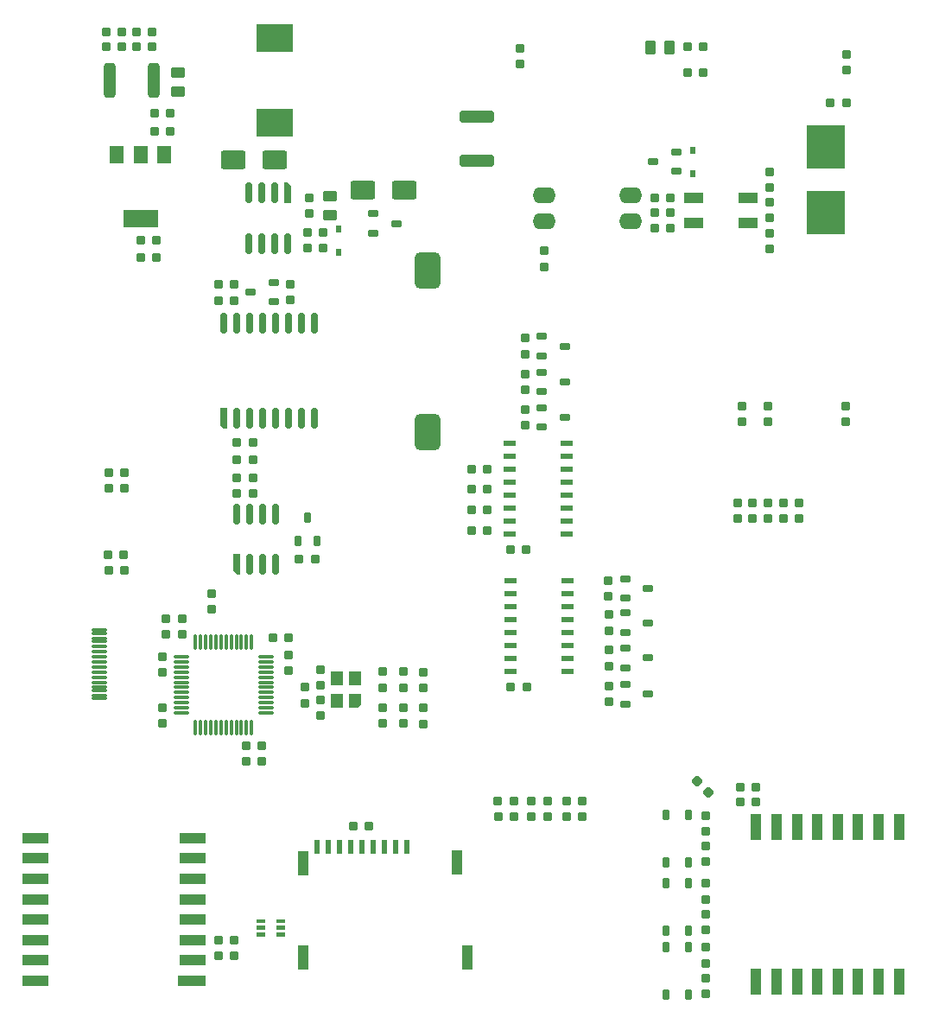
<source format=gbr>
%TF.GenerationSoftware,KiCad,Pcbnew,7.0.1*%
%TF.CreationDate,2023-04-15T09:39:37+07:00*%
%TF.ProjectId,DO_AN_DKTD,444f5f41-4e5f-4444-9b54-442e6b696361,rev?*%
%TF.SameCoordinates,Original*%
%TF.FileFunction,Paste,Top*%
%TF.FilePolarity,Positive*%
%FSLAX46Y46*%
G04 Gerber Fmt 4.6, Leading zero omitted, Abs format (unit mm)*
G04 Created by KiCad (PCBNEW 7.0.1) date 2023-04-15 09:39:37*
%MOMM*%
%LPD*%
G01*
G04 APERTURE LIST*
G04 Aperture macros list*
%AMRoundRect*
0 Rectangle with rounded corners*
0 $1 Rounding radius*
0 $2 $3 $4 $5 $6 $7 $8 $9 X,Y pos of 4 corners*
0 Add a 4 corners polygon primitive as box body*
4,1,4,$2,$3,$4,$5,$6,$7,$8,$9,$2,$3,0*
0 Add four circle primitives for the rounded corners*
1,1,$1+$1,$2,$3*
1,1,$1+$1,$4,$5*
1,1,$1+$1,$6,$7*
1,1,$1+$1,$8,$9*
0 Add four rect primitives between the rounded corners*
20,1,$1+$1,$2,$3,$4,$5,0*
20,1,$1+$1,$4,$5,$6,$7,0*
20,1,$1+$1,$6,$7,$8,$9,0*
20,1,$1+$1,$8,$9,$2,$3,0*%
%AMOutline5P*
0 Free polygon, 5 corners , with rotation*
0 The origin of the aperture is its center*
0 number of corners: always 5*
0 $1 to $10 corner X, Y*
0 $11 Rotation angle, in degrees counterclockwise*
0 create outline with 5 corners*
4,1,5,$1,$2,$3,$4,$5,$6,$7,$8,$9,$10,$1,$2,$11*%
%AMOutline6P*
0 Free polygon, 6 corners , with rotation*
0 The origin of the aperture is its center*
0 number of corners: always 6*
0 $1 to $12 corner X, Y*
0 $13 Rotation angle, in degrees counterclockwise*
0 create outline with 6 corners*
4,1,6,$1,$2,$3,$4,$5,$6,$7,$8,$9,$10,$11,$12,$1,$2,$13*%
%AMOutline7P*
0 Free polygon, 7 corners , with rotation*
0 The origin of the aperture is its center*
0 number of corners: always 7*
0 $1 to $14 corner X, Y*
0 $15 Rotation angle, in degrees counterclockwise*
0 create outline with 7 corners*
4,1,7,$1,$2,$3,$4,$5,$6,$7,$8,$9,$10,$11,$12,$13,$14,$1,$2,$15*%
%AMOutline8P*
0 Free polygon, 8 corners , with rotation*
0 The origin of the aperture is its center*
0 number of corners: always 8*
0 $1 to $16 corner X, Y*
0 $17 Rotation angle, in degrees counterclockwise*
0 create outline with 8 corners*
4,1,8,$1,$2,$3,$4,$5,$6,$7,$8,$9,$10,$11,$12,$13,$14,$15,$16,$1,$2,$17*%
%AMFreePoly0*
4,1,18,-0.700000,0.540000,-0.695433,0.562961,-0.682426,0.582426,-0.662961,0.595433,-0.640000,0.600000,0.640000,0.600000,0.662961,0.595433,0.682426,0.582426,0.695433,0.562961,0.700000,0.540000,0.700000,-0.540000,0.695433,-0.562961,0.682426,-0.582426,0.662961,-0.595433,0.640000,-0.600000,-0.400000,-0.600000,-0.700000,-0.300000,-0.700000,0.540000,-0.700000,0.540000,$1*%
G04 Aperture macros list end*
%ADD10C,0.010000*%
%ADD11RoundRect,0.127500X-0.322500X0.297500X-0.322500X-0.297500X0.322500X-0.297500X0.322500X0.297500X0*%
%ADD12R,0.600000X0.800000*%
%ADD13RoundRect,0.127500X0.322500X-0.297500X0.322500X0.297500X-0.322500X0.297500X-0.322500X-0.297500X0*%
%ADD14RoundRect,0.162500X0.162500X-0.362500X0.162500X0.362500X-0.162500X0.362500X-0.162500X-0.362500X0*%
%ADD15RoundRect,0.127500X0.297500X0.322500X-0.297500X0.322500X-0.297500X-0.322500X0.297500X-0.322500X0*%
%ADD16RoundRect,0.127500X-0.297500X-0.322500X0.297500X-0.322500X0.297500X0.322500X-0.297500X0.322500X0*%
%ADD17RoundRect,0.250000X-0.312500X-1.450000X0.312500X-1.450000X0.312500X1.450000X-0.312500X1.450000X0*%
%ADD18R,0.620000X1.400000*%
%ADD19R,1.100000X2.400000*%
%ADD20RoundRect,0.180000X1.020000X0.720000X-1.020000X0.720000X-1.020000X-0.720000X1.020000X-0.720000X0*%
%ADD21RoundRect,0.090000X-0.410000X-0.210000X0.410000X-0.210000X0.410000X0.210000X-0.410000X0.210000X0*%
%ADD22R,3.810000X4.240000*%
%ADD23R,1.200000X0.600000*%
%ADD24R,1.000000X2.500000*%
%ADD25RoundRect,0.150000X-0.350000X-0.525000X0.350000X-0.525000X0.350000X0.525000X-0.350000X0.525000X0*%
%ADD26Outline5P,-1.025000X0.000000X-0.725000X0.300000X1.025000X0.300000X1.025000X-0.300000X-1.025000X-0.300000X90.000000*%
%ADD27RoundRect,0.150000X0.150000X-0.875000X0.150000X0.875000X-0.150000X0.875000X-0.150000X-0.875000X0*%
%ADD28Outline5P,-0.975000X0.000000X-0.675000X0.300000X0.975000X0.300000X0.975000X-0.300000X-0.975000X-0.300000X90.000000*%
%ADD29RoundRect,0.150000X0.150000X-0.825000X0.150000X0.825000X-0.150000X0.825000X-0.150000X-0.825000X0*%
%ADD30RoundRect,0.250000X-1.450000X0.312500X-1.450000X-0.312500X1.450000X-0.312500X1.450000X0.312500X0*%
%ADD31R,2.800000X1.100000*%
%ADD32R,2.600000X1.100000*%
%ADD33R,1.400000X1.760000*%
%ADD34R,3.500000X1.760000*%
%ADD35RoundRect,0.647700X0.647700X-1.155700X0.647700X1.155700X-0.647700X1.155700X-0.647700X-1.155700X0*%
%ADD36Outline5P,-0.975000X0.000000X-0.675000X0.300000X0.975000X0.300000X0.975000X-0.300000X-0.975000X-0.300000X270.000000*%
%ADD37RoundRect,0.150000X-0.150000X0.825000X-0.150000X-0.825000X0.150000X-0.825000X0.150000X0.825000X0*%
%ADD38RoundRect,0.150000X-0.525000X0.350000X-0.525000X-0.350000X0.525000X-0.350000X0.525000X0.350000X0*%
%ADD39R,1.875000X1.050000*%
%ADD40RoundRect,0.075000X-0.675000X0.075000X-0.675000X-0.075000X0.675000X-0.075000X0.675000X0.075000X0*%
%ADD41O,2.250000X1.600000*%
%ADD42RoundRect,0.075000X0.662500X0.075000X-0.662500X0.075000X-0.662500X-0.075000X0.662500X-0.075000X0*%
%ADD43RoundRect,0.075000X0.075000X0.662500X-0.075000X0.662500X-0.075000X-0.662500X0.075000X-0.662500X0*%
%ADD44RoundRect,0.090000X0.410000X0.210000X-0.410000X0.210000X-0.410000X-0.210000X0.410000X-0.210000X0*%
%ADD45RoundRect,0.127500X0.438406X0.017678X0.017678X0.438406X-0.438406X-0.017678X-0.017678X-0.438406X0*%
%ADD46RoundRect,0.090000X0.210000X-0.410000X0.210000X0.410000X-0.210000X0.410000X-0.210000X-0.410000X0*%
%ADD47FreePoly0,90.000000*%
%ADD48RoundRect,0.060000X0.540000X-0.640000X0.540000X0.640000X-0.540000X0.640000X-0.540000X-0.640000X0*%
%ADD49R,3.600000X2.700000*%
%ADD50RoundRect,0.180000X-1.020000X-0.720000X1.020000X-0.720000X1.020000X0.720000X-1.020000X0.720000X0*%
G04 APERTURE END LIST*
%TO.C,D5*%
D10*
X121025000Y-137304304D02*
X120273910Y-137304304D01*
X120273910Y-137004717D01*
X121025000Y-137004717D01*
X121025000Y-137304304D01*
G36*
X121025000Y-137304304D02*
G01*
X120273910Y-137304304D01*
X120273910Y-137004717D01*
X121025000Y-137004717D01*
X121025000Y-137304304D01*
G37*
X122925000Y-137304304D02*
X122175043Y-137304304D01*
X122175043Y-137004341D01*
X122925000Y-137004341D01*
X122925000Y-137304304D01*
G36*
X122925000Y-137304304D02*
G01*
X122175043Y-137304304D01*
X122175043Y-137004341D01*
X122925000Y-137004341D01*
X122925000Y-137304304D01*
G37*
X122925000Y-136654304D02*
X122175076Y-136654304D01*
X122175076Y-136354284D01*
X122925000Y-136354284D01*
X122925000Y-136654304D01*
G36*
X122925000Y-136654304D02*
G01*
X122175076Y-136654304D01*
X122175076Y-136354284D01*
X122925000Y-136354284D01*
X122925000Y-136654304D01*
G37*
X121025000Y-136654304D02*
X120273750Y-136654304D01*
X120273750Y-136354162D01*
X121025000Y-136354162D01*
X121025000Y-136654304D01*
G36*
X121025000Y-136654304D02*
G01*
X120273750Y-136654304D01*
X120273750Y-136354162D01*
X121025000Y-136354162D01*
X121025000Y-136654304D01*
G37*
X121025000Y-136004304D02*
X120274080Y-136004304D01*
X120274080Y-135703749D01*
X121025000Y-135703749D01*
X121025000Y-136004304D01*
G36*
X121025000Y-136004304D02*
G01*
X120274080Y-136004304D01*
X120274080Y-135703749D01*
X121025000Y-135703749D01*
X121025000Y-136004304D01*
G37*
X122925000Y-136004304D02*
X122176111Y-136004304D01*
X122176111Y-135702758D01*
X122925000Y-135702758D01*
X122925000Y-136004304D01*
G36*
X122925000Y-136004304D02*
G01*
X122176111Y-136004304D01*
X122176111Y-135702758D01*
X122925000Y-135702758D01*
X122925000Y-136004304D01*
G37*
%TD*%
D11*
%TO.C,C15*%
X164240000Y-128525000D03*
X164240000Y-130075000D03*
%TD*%
D12*
%TO.C,D3*%
X162997700Y-60357300D03*
X162997700Y-62637300D03*
%TD*%
D13*
%TO.C,R6*%
X170500000Y-64025000D03*
X170500000Y-62475000D03*
%TD*%
D14*
%TO.C,SW3*%
X160400000Y-136812500D03*
X160400000Y-132162500D03*
X162550000Y-136812500D03*
X162550000Y-132162500D03*
%TD*%
D15*
%TO.C,LE9*%
X105675000Y-100000000D03*
X107225000Y-100000000D03*
%TD*%
D11*
%TO.C,R21*%
X160750000Y-66475000D03*
X160750000Y-68025000D03*
%TD*%
D16*
%TO.C,C18*%
X150638400Y-125650000D03*
X152188400Y-125650000D03*
%TD*%
D17*
%TO.C,F2*%
X105862500Y-53500000D03*
X110137500Y-53500000D03*
%TD*%
D15*
%TO.C,C19*%
X119875000Y-90650000D03*
X118325000Y-90650000D03*
%TD*%
D16*
%TO.C,C4*%
X108875000Y-70900000D03*
X110425000Y-70900000D03*
%TD*%
D11*
%TO.C,R44*%
X136590000Y-111513107D03*
X136590000Y-113063107D03*
%TD*%
D15*
%TO.C,C11*%
X146695000Y-113000000D03*
X145145000Y-113000000D03*
%TD*%
D16*
%TO.C,R59*%
X121825000Y-108100000D03*
X123375000Y-108100000D03*
%TD*%
D18*
%TO.C,J8*%
X134980000Y-128625000D03*
X133880000Y-128625000D03*
X132780000Y-128625000D03*
X131680000Y-128625000D03*
X130580000Y-128625000D03*
X129480000Y-128625000D03*
X128380000Y-128625000D03*
X127280000Y-128625000D03*
X126180000Y-128625000D03*
D19*
X124800000Y-130250000D03*
X124800000Y-139430000D03*
X139900000Y-130175000D03*
X140875000Y-139425000D03*
%TD*%
D20*
%TO.C,D6*%
X117950000Y-61300000D03*
X122000000Y-61300000D03*
%TD*%
D13*
%TO.C,R22*%
X159250000Y-68025000D03*
X159250000Y-66475000D03*
%TD*%
%TO.C,R18*%
X146590000Y-80340000D03*
X146590000Y-78790000D03*
%TD*%
%TO.C,R29*%
X146590000Y-87340000D03*
X146590000Y-85790000D03*
%TD*%
D11*
%TO.C,R14*%
X167362500Y-94905000D03*
X167362500Y-96455000D03*
%TD*%
D15*
%TO.C,R2*%
X148738400Y-124150000D03*
X147188400Y-124150000D03*
%TD*%
D21*
%TO.C,Q10*%
X131662500Y-66600000D03*
X131662500Y-68500000D03*
X133937500Y-67550000D03*
%TD*%
D13*
%TO.C,R39*%
X154740000Y-114435000D03*
X154740000Y-112885000D03*
%TD*%
D15*
%TO.C,C1*%
X111775000Y-56750000D03*
X110225000Y-56750000D03*
%TD*%
D13*
%TO.C,R38*%
X154690000Y-104085000D03*
X154690000Y-102535000D03*
%TD*%
D15*
%TO.C,R30*%
X107310787Y-92000000D03*
X105760787Y-92000000D03*
%TD*%
D11*
%TO.C,R12*%
X171862500Y-94905000D03*
X171862500Y-96455000D03*
%TD*%
D22*
%TO.C,F1*%
X176000000Y-60065000D03*
X176000000Y-66435000D03*
%TD*%
D15*
%TO.C,C9*%
X146645000Y-99525000D03*
X145095000Y-99525000D03*
%TD*%
D13*
%TO.C,C26*%
X126750000Y-69975000D03*
X126750000Y-68425000D03*
%TD*%
D23*
%TO.C,U2*%
X150670000Y-97970000D03*
X150670000Y-96700000D03*
X150670000Y-95430000D03*
X150670000Y-94160000D03*
X150670000Y-92890000D03*
X150670000Y-91620000D03*
X150670000Y-90350000D03*
X150670000Y-89080000D03*
X145070000Y-89080000D03*
X145070000Y-90350000D03*
X145070000Y-91620000D03*
X145070000Y-92890000D03*
X145070000Y-94160000D03*
X145070000Y-95430000D03*
X145070000Y-96700000D03*
X145070000Y-97970000D03*
%TD*%
D13*
%TO.C,R45*%
X164250000Y-143025000D03*
X164250000Y-141475000D03*
%TD*%
%TO.C,R37*%
X154740000Y-107435000D03*
X154740000Y-105885000D03*
%TD*%
D16*
%TO.C,R3*%
X150638400Y-124150000D03*
X152188400Y-124150000D03*
%TD*%
D11*
%TO.C,R47*%
X132590000Y-111475000D03*
X132590000Y-113025000D03*
%TD*%
D16*
%TO.C,R19*%
X176475000Y-55750000D03*
X178025000Y-55750000D03*
%TD*%
D11*
%TO.C,R17*%
X170362500Y-94905000D03*
X170362500Y-96455000D03*
%TD*%
D16*
%TO.C,R20*%
X162475000Y-52790000D03*
X164025000Y-52790000D03*
%TD*%
D15*
%TO.C,C21*%
X119875000Y-94000000D03*
X118325000Y-94000000D03*
%TD*%
D13*
%TO.C,LE5*%
X134590000Y-114975000D03*
X134590000Y-116525000D03*
%TD*%
D24*
%TO.C,U10*%
X183200000Y-126650000D03*
X181200000Y-126650000D03*
X179200000Y-126650000D03*
X177200000Y-126650000D03*
X175200000Y-126650000D03*
X173200000Y-126650000D03*
X171200000Y-126650000D03*
X169200000Y-126650000D03*
X169200000Y-141850000D03*
X171200000Y-141850000D03*
X173200000Y-141850000D03*
X175200000Y-141850000D03*
X177200000Y-141850000D03*
X179200000Y-141850000D03*
X181200000Y-141850000D03*
X183200000Y-141850000D03*
%TD*%
D16*
%TO.C,C8*%
X162475000Y-50250000D03*
X164025000Y-50250000D03*
%TD*%
D13*
%TO.C,R10*%
X167822500Y-86955000D03*
X167822500Y-85405000D03*
%TD*%
D25*
%TO.C,R23*%
X158800000Y-50340000D03*
X160700000Y-50340000D03*
%TD*%
D26*
%TO.C,IC1*%
X117055000Y-86650000D03*
D27*
X118325000Y-86650000D03*
X119595000Y-86650000D03*
X120865000Y-86650000D03*
X122135000Y-86650000D03*
X123405000Y-86650000D03*
X124675000Y-86650000D03*
X125945000Y-86650000D03*
X125945000Y-77350000D03*
X124675000Y-77350000D03*
X123405000Y-77350000D03*
X122135000Y-77350000D03*
X120865000Y-77350000D03*
X119595000Y-77350000D03*
X118325000Y-77350000D03*
X117055000Y-77350000D03*
%TD*%
D21*
%TO.C,Q1*%
X148202500Y-85615000D03*
X148202500Y-87515000D03*
X150477500Y-86565000D03*
%TD*%
D28*
%TO.C,U8*%
X118325000Y-100975000D03*
D29*
X119595000Y-100975000D03*
X120865000Y-100975000D03*
X122135000Y-100975000D03*
X122135000Y-96025000D03*
X120865000Y-96025000D03*
X119595000Y-96025000D03*
X118325000Y-96025000D03*
%TD*%
D11*
%TO.C,R27*%
X118050000Y-73525000D03*
X118050000Y-75075000D03*
%TD*%
D30*
%TO.C,F3*%
X141785000Y-57112500D03*
X141785000Y-61387500D03*
%TD*%
D16*
%TO.C,R8*%
X141325000Y-97600000D03*
X142875000Y-97600000D03*
%TD*%
%TO.C,LE7*%
X107025000Y-48750000D03*
X105475000Y-48750000D03*
%TD*%
D13*
%TO.C,R24*%
X148400000Y-71775000D03*
X148400000Y-70225000D03*
%TD*%
D31*
%TO.C,U9*%
X113850000Y-141750000D03*
D32*
X113950000Y-139750000D03*
X113950000Y-137750000D03*
X113950000Y-135750000D03*
X113950000Y-133750000D03*
X113950000Y-131750000D03*
X113950000Y-129750000D03*
X113950000Y-127750000D03*
X98550000Y-127750000D03*
X98550000Y-129750000D03*
X98550000Y-131750000D03*
X98550000Y-133750000D03*
X98550000Y-135750000D03*
X98550000Y-137750000D03*
X98550000Y-139750000D03*
X98550000Y-141750000D03*
%TD*%
D16*
%TO.C,C2*%
X110225000Y-58500000D03*
X111775000Y-58500000D03*
%TD*%
D33*
%TO.C,U1*%
X111150000Y-60815000D03*
D34*
X108850000Y-67065000D03*
D33*
X108850000Y-60815000D03*
X106550000Y-60815000D03*
%TD*%
D21*
%TO.C,Q5*%
X156352500Y-109160000D03*
X156352500Y-111060000D03*
X158627500Y-110110000D03*
%TD*%
D16*
%TO.C,C34*%
X119225000Y-118750000D03*
X120775000Y-118750000D03*
%TD*%
D13*
%TO.C,C29*%
X164250000Y-133762500D03*
X164250000Y-132212500D03*
%TD*%
D11*
%TO.C,R48*%
X134590000Y-111475000D03*
X134590000Y-113025000D03*
%TD*%
D16*
%TO.C,R60*%
X124400000Y-100387500D03*
X125950000Y-100387500D03*
%TD*%
D35*
%TO.C,BT1*%
X136960000Y-72150600D03*
X136960000Y-87949400D03*
%TD*%
D11*
%TO.C,C33*%
X111000000Y-115000000D03*
X111000000Y-116550000D03*
%TD*%
%TO.C,R16*%
X173362500Y-94905000D03*
X173362500Y-96455000D03*
%TD*%
D13*
%TO.C,R25*%
X146075000Y-51900000D03*
X146075000Y-50350000D03*
%TD*%
D15*
%TO.C,C32*%
X169200000Y-124250000D03*
X167650000Y-124250000D03*
%TD*%
%TO.C,C20*%
X119875000Y-92500000D03*
X118325000Y-92500000D03*
%TD*%
%TO.C,C7*%
X160775000Y-65000000D03*
X159225000Y-65000000D03*
%TD*%
D13*
%TO.C,C12*%
X126500000Y-115775000D03*
X126500000Y-114225000D03*
%TD*%
D16*
%TO.C,LE8*%
X107025000Y-50250000D03*
X105475000Y-50250000D03*
%TD*%
D15*
%TO.C,C3*%
X110425000Y-69150000D03*
X108875000Y-69150000D03*
%TD*%
D13*
%TO.C,C30*%
X164250000Y-140025000D03*
X164250000Y-138475000D03*
%TD*%
D21*
%TO.C,Q7*%
X156352500Y-102360000D03*
X156352500Y-104260000D03*
X158627500Y-103310000D03*
%TD*%
D13*
%TO.C,R15*%
X170362500Y-86955000D03*
X170362500Y-85405000D03*
%TD*%
D15*
%TO.C,C31*%
X169200000Y-122750000D03*
X167650000Y-122750000D03*
%TD*%
D16*
%TO.C,R5*%
X141300000Y-91600000D03*
X142850000Y-91600000D03*
%TD*%
D36*
%TO.C,U5*%
X123270000Y-64550000D03*
D37*
X122000000Y-64550000D03*
X120730000Y-64550000D03*
X119460000Y-64550000D03*
X119460000Y-69500000D03*
X120730000Y-69500000D03*
X122000000Y-69500000D03*
X123270000Y-69500000D03*
%TD*%
D13*
%TO.C,R32*%
X125250000Y-69950000D03*
X125250000Y-68400000D03*
%TD*%
D23*
%TO.C,U6*%
X150720000Y-111445000D03*
X150720000Y-110175000D03*
X150720000Y-108905000D03*
X150720000Y-107635000D03*
X150720000Y-106365000D03*
X150720000Y-105095000D03*
X150720000Y-103825000D03*
X150720000Y-102555000D03*
X145120000Y-102555000D03*
X145120000Y-103825000D03*
X145120000Y-105095000D03*
X145120000Y-106365000D03*
X145120000Y-107635000D03*
X145120000Y-108905000D03*
X145120000Y-110175000D03*
X145120000Y-111445000D03*
%TD*%
D13*
%TO.C,LE3*%
X136590000Y-115013107D03*
X136590000Y-116563107D03*
%TD*%
D38*
%TO.C,C27*%
X112500000Y-52750000D03*
X112500000Y-54650000D03*
%TD*%
D15*
%TO.C,C17*%
X148738400Y-125650000D03*
X147188400Y-125650000D03*
%TD*%
%TO.C,R62*%
X120775000Y-120250000D03*
X119225000Y-120250000D03*
%TD*%
D13*
%TO.C,R11*%
X177982500Y-86955000D03*
X177982500Y-85405000D03*
%TD*%
%TO.C,C25*%
X125400000Y-66575000D03*
X125400000Y-65025000D03*
%TD*%
D15*
%TO.C,R50*%
X110025000Y-48750000D03*
X108475000Y-48750000D03*
%TD*%
D16*
%TO.C,R7*%
X141300000Y-95600000D03*
X142850000Y-95600000D03*
%TD*%
D39*
%TO.C,D1*%
X163087500Y-65000000D03*
X168412500Y-67500000D03*
X163087500Y-67500000D03*
X168412500Y-65000000D03*
%TD*%
D15*
%TO.C,LE6*%
X105725000Y-93500000D03*
X107275000Y-93500000D03*
%TD*%
D11*
%TO.C,R9*%
X170500000Y-68475000D03*
X170500000Y-70025000D03*
%TD*%
D13*
%TO.C,R43*%
X164250000Y-136775000D03*
X164250000Y-135225000D03*
%TD*%
D16*
%TO.C,R4*%
X141325000Y-93600000D03*
X142875000Y-93600000D03*
%TD*%
D11*
%TO.C,R61*%
X115800000Y-103775000D03*
X115800000Y-105325000D03*
%TD*%
D40*
%TO.C,J9*%
X104850000Y-107400000D03*
X104850000Y-108200000D03*
X104850000Y-109500000D03*
X104850000Y-110500000D03*
X104850000Y-111000000D03*
X104850000Y-112000000D03*
X104850000Y-113300000D03*
X104850000Y-114100000D03*
X104850000Y-113800000D03*
X104850000Y-113000000D03*
X104850000Y-112500000D03*
X104850000Y-111500000D03*
X104850000Y-110000000D03*
X104850000Y-109000000D03*
X104850000Y-108500000D03*
X104850000Y-107700000D03*
%TD*%
D11*
%TO.C,R46*%
X164240000Y-125537500D03*
X164240000Y-127087500D03*
%TD*%
%TO.C,C36*%
X123350000Y-109825000D03*
X123350000Y-111375000D03*
%TD*%
%TO.C,R13*%
X168862500Y-94905000D03*
X168862500Y-96455000D03*
%TD*%
D13*
%TO.C,R28*%
X146590000Y-83840000D03*
X146590000Y-82290000D03*
%TD*%
%TO.C,C6*%
X178025000Y-52525000D03*
X178025000Y-50975000D03*
%TD*%
D12*
%TO.C,D7*%
X128252300Y-68062700D03*
X128252300Y-70342700D03*
%TD*%
D11*
%TO.C,C5*%
X170500000Y-65475000D03*
X170500000Y-67025000D03*
%TD*%
D14*
%TO.C,SW4*%
X160390000Y-130112500D03*
X160390000Y-125462500D03*
X162540000Y-130112500D03*
X162540000Y-125462500D03*
%TD*%
D16*
%TO.C,C35*%
X111375000Y-107800000D03*
X112925000Y-107800000D03*
%TD*%
D21*
%TO.C,Q3*%
X148202500Y-78615000D03*
X148202500Y-80515000D03*
X150477500Y-79565000D03*
%TD*%
D41*
%TO.C,U3*%
X156900000Y-67340000D03*
X156900000Y-64800000D03*
X148400000Y-64800000D03*
X148400000Y-67340000D03*
%TD*%
D11*
%TO.C,C23*%
X116500000Y-137725000D03*
X116500000Y-139275000D03*
%TD*%
D13*
%TO.C,LE4*%
X132590000Y-114975000D03*
X132590000Y-116525000D03*
%TD*%
%TO.C,R40*%
X125000000Y-114525000D03*
X125000000Y-112975000D03*
%TD*%
D42*
%TO.C,U7*%
X121162500Y-115500000D03*
X121162500Y-115000000D03*
X121162500Y-114500000D03*
X121162500Y-114000000D03*
X121162500Y-113500000D03*
X121162500Y-113000000D03*
X121162500Y-112500000D03*
X121162500Y-112000000D03*
X121162500Y-111500000D03*
X121162500Y-111000000D03*
X121162500Y-110500000D03*
X121162500Y-110000000D03*
D43*
X119750000Y-108587500D03*
X119250000Y-108587500D03*
X118750000Y-108587500D03*
X118250000Y-108587500D03*
X117750000Y-108587500D03*
X117250000Y-108587500D03*
X116750000Y-108587500D03*
X116250000Y-108587500D03*
X115750000Y-108587500D03*
X115250000Y-108587500D03*
X114750000Y-108587500D03*
X114250000Y-108587500D03*
D42*
X112837500Y-110000000D03*
X112837500Y-110500000D03*
X112837500Y-111000000D03*
X112837500Y-111500000D03*
X112837500Y-112000000D03*
X112837500Y-112500000D03*
X112837500Y-113000000D03*
X112837500Y-113500000D03*
X112837500Y-114000000D03*
X112837500Y-114500000D03*
X112837500Y-115000000D03*
X112837500Y-115500000D03*
D43*
X114250000Y-116912500D03*
X114750000Y-116912500D03*
X115250000Y-116912500D03*
X115750000Y-116912500D03*
X116250000Y-116912500D03*
X116750000Y-116912500D03*
X117250000Y-116912500D03*
X117750000Y-116912500D03*
X118250000Y-116912500D03*
X118750000Y-116912500D03*
X119250000Y-116912500D03*
X119750000Y-116912500D03*
%TD*%
D38*
%TO.C,C24*%
X127450000Y-64850000D03*
X127450000Y-66750000D03*
%TD*%
D13*
%TO.C,C13*%
X126500000Y-112775000D03*
X126500000Y-111225000D03*
%TD*%
D14*
%TO.C,SW2*%
X160400000Y-143062500D03*
X160400000Y-138412500D03*
X162550000Y-143062500D03*
X162550000Y-138412500D03*
%TD*%
D44*
%TO.C,Q4*%
X161387500Y-62450000D03*
X161387500Y-60550000D03*
X159112500Y-61500000D03*
%TD*%
D45*
%TO.C,R42*%
X164548008Y-123298008D03*
X163451992Y-122201992D03*
%TD*%
D13*
%TO.C,R36*%
X154740000Y-110885000D03*
X154740000Y-109335000D03*
%TD*%
D16*
%TO.C,C10*%
X129725000Y-126550000D03*
X131275000Y-126550000D03*
%TD*%
D11*
%TO.C,C22*%
X118000000Y-137725000D03*
X118000000Y-139275000D03*
%TD*%
%TO.C,R41*%
X123500000Y-73475000D03*
X123500000Y-75025000D03*
%TD*%
D16*
%TO.C,R1*%
X143875000Y-124150000D03*
X145425000Y-124150000D03*
%TD*%
D21*
%TO.C,Q6*%
X156352500Y-105710000D03*
X156352500Y-107610000D03*
X158627500Y-106660000D03*
%TD*%
D15*
%TO.C,R51*%
X110025000Y-50250000D03*
X108475000Y-50250000D03*
%TD*%
D21*
%TO.C,Q2*%
X148202500Y-82115000D03*
X148202500Y-84015000D03*
X150477500Y-83065000D03*
%TD*%
D16*
%TO.C,R58*%
X111375000Y-106300000D03*
X112925000Y-106300000D03*
%TD*%
D11*
%TO.C,R55*%
X111000000Y-109975000D03*
X111000000Y-111525000D03*
%TD*%
D16*
%TO.C,C16*%
X143900000Y-125650000D03*
X145450000Y-125650000D03*
%TD*%
D11*
%TO.C,R26*%
X116550000Y-73525000D03*
X116550000Y-75075000D03*
%TD*%
D15*
%TO.C,R31*%
X107275000Y-101500000D03*
X105725000Y-101500000D03*
%TD*%
%TO.C,C14*%
X119875000Y-89000000D03*
X118325000Y-89000000D03*
%TD*%
D21*
%TO.C,Q8*%
X156352500Y-112710000D03*
X156352500Y-114610000D03*
X158627500Y-113660000D03*
%TD*%
D44*
%TO.C,D4*%
X121887500Y-75200000D03*
X121887500Y-73300000D03*
X119612500Y-74250000D03*
%TD*%
D46*
%TO.C,Q9*%
X124300000Y-98637500D03*
X126200000Y-98637500D03*
X125250000Y-96362500D03*
%TD*%
D47*
%TO.C,Y1*%
X129850000Y-114350000D03*
D48*
X129850000Y-112150000D03*
X128150000Y-112150000D03*
X128150000Y-114350000D03*
%TD*%
D49*
%TO.C,L1*%
X122000000Y-57650000D03*
X122000000Y-49350000D03*
%TD*%
D50*
%TO.C,D8*%
X134700000Y-64250000D03*
X130650000Y-64250000D03*
%TD*%
M02*

</source>
